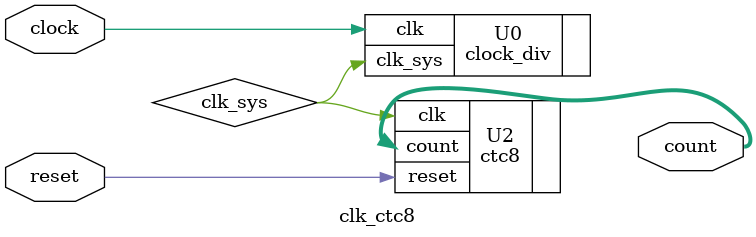
<source format=v>
`timescale 1ns / 1ps


module clk_ctc8(
    clock,
    reset,
    count
    );
    
    input clock,reset;
    output [2:0] count;
    
      
    // clock
    clock_div  U0(
         .clk(clock),
         .clk_sys(clk_sys)
    );
    
//    // 38decoder
//    s_38  U1(
//        .A(count[0]),
//        .B(count[1]),
//        .C(count[2]),
//        .Enable(resetn),// ÓÉÓÚMinisys°å×ÓresetÊÇ¸ßµçÆ½ÓÐÐ§£¬ËùÒÔ´Ë´¦È¡·´
//        .Y0(y0),
//        .Y1(y1),
//        .Y2(y2),
//        .Y3(y3),
//        .Y4(y4),
//        .Y5(y5),
//        .Y6(y6),
//        .Y7(y7)
//    );
    
    // ctc
    ctc8  U2(
        .clk(clk_sys),
        .reset(reset),
        .count(count)
    );    
endmodule

</source>
